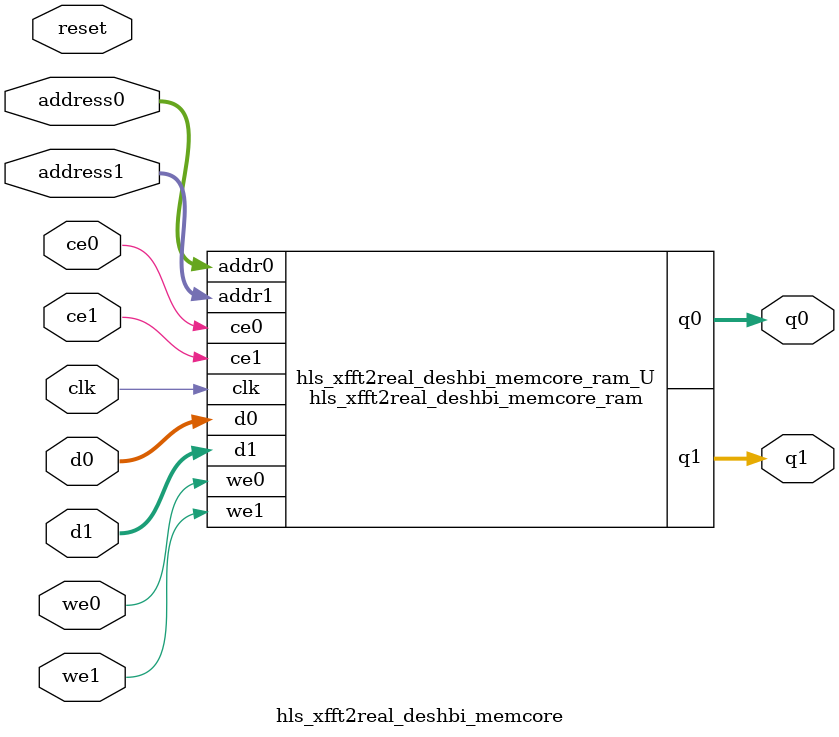
<source format=v>
`timescale 1 ns / 1 ps
module hls_xfft2real_deshbi_memcore_ram (addr0, ce0, d0, we0, q0, addr1, ce1, d1, we1, q1,  clk);

parameter DWIDTH = 16;
parameter AWIDTH = 9;
parameter MEM_SIZE = 512;

input[AWIDTH-1:0] addr0;
input ce0;
input[DWIDTH-1:0] d0;
input we0;
output reg[DWIDTH-1:0] q0;
input[AWIDTH-1:0] addr1;
input ce1;
input[DWIDTH-1:0] d1;
input we1;
output reg[DWIDTH-1:0] q1;
input clk;

(* ram_style = "block" *)reg [DWIDTH-1:0] ram[0:MEM_SIZE-1];




always @(posedge clk)  
begin 
    if (ce0) begin
        if (we0) 
            ram[addr0] <= d0; 
        q0 <= ram[addr0];
    end
end


always @(posedge clk)  
begin 
    if (ce1) begin
        if (we1) 
            ram[addr1] <= d1; 
        q1 <= ram[addr1];
    end
end


endmodule

`timescale 1 ns / 1 ps
module hls_xfft2real_deshbi_memcore(
    reset,
    clk,
    address0,
    ce0,
    we0,
    d0,
    q0,
    address1,
    ce1,
    we1,
    d1,
    q1);

parameter DataWidth = 32'd16;
parameter AddressRange = 32'd512;
parameter AddressWidth = 32'd9;
input reset;
input clk;
input[AddressWidth - 1:0] address0;
input ce0;
input we0;
input[DataWidth - 1:0] d0;
output[DataWidth - 1:0] q0;
input[AddressWidth - 1:0] address1;
input ce1;
input we1;
input[DataWidth - 1:0] d1;
output[DataWidth - 1:0] q1;



hls_xfft2real_deshbi_memcore_ram hls_xfft2real_deshbi_memcore_ram_U(
    .clk( clk ),
    .addr0( address0 ),
    .ce0( ce0 ),
    .we0( we0 ),
    .d0( d0 ),
    .q0( q0 ),
    .addr1( address1 ),
    .ce1( ce1 ),
    .we1( we1 ),
    .d1( d1 ),
    .q1( q1 ));

endmodule


</source>
